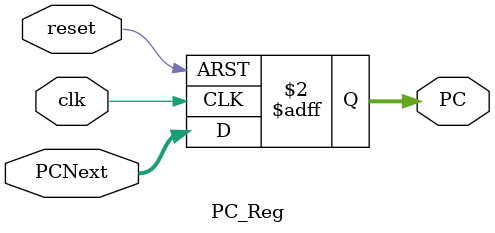
<source format=v>
module PC_Reg(
    input [31:0] PCNext,
    input clk,
    input reset, //Asynchronous
    output reg [31:0] PC
);
    reg signed [3:0] num;

    // initial begin
    //     num = -2;
    //     $display("NUM = %d", num);
    // end
    


always@(posedge clk or posedge reset) begin
    if(reset) begin
        PC <= 0;
    end
    else begin
        PC <= PCNext;
    end
    
end

endmodule
</source>
